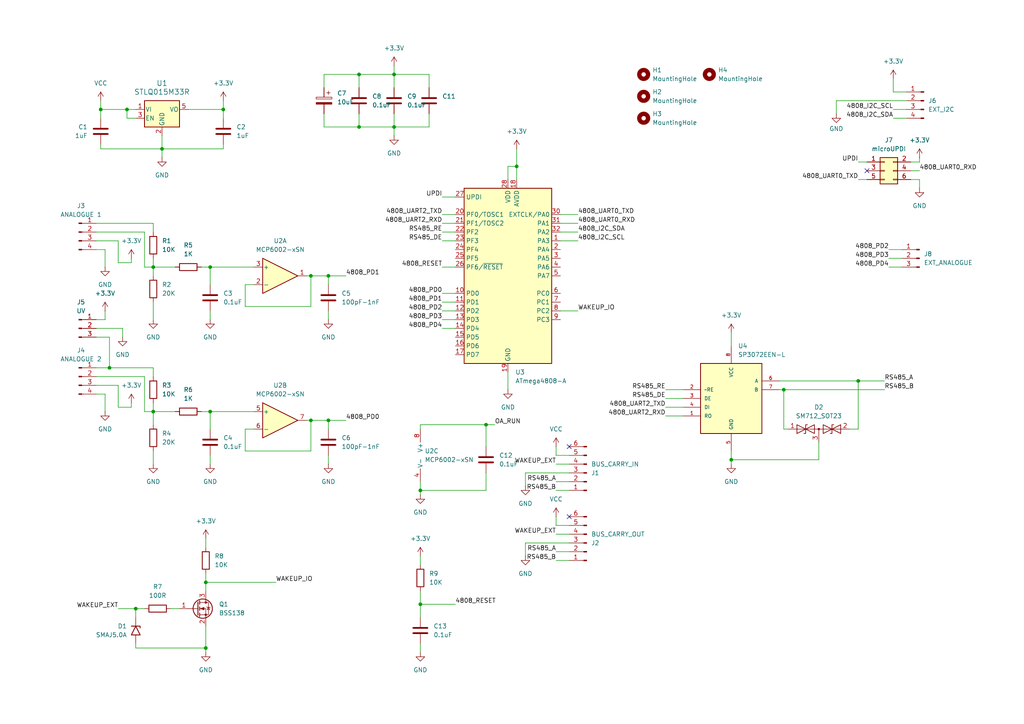
<source format=kicad_sch>
(kicad_sch (version 20250114) (generator "eeschema") (generator_version "9.0")
  (paper "A4")
  (lib_symbols
    (symbol "Amplifier_Operational:MCP6002-xSN" (pin_names (offset 0.127))
      (property "Reference" "U" (at 0 5.08 0))
      (property "Value" "MCP6002-xSN" (at 0 -5.08 0))
      (symbol "MCP6002-xSN_1_1"
        (polyline (pts (xy -5.08 5.08) (xy 5.08 0) (xy -5.08 -5.08) (xy -5.08 5.08)) (stroke (width 0.254)) (fill (type background)))
        (pin input line (at -7.62 2.54 0) (length 2.54) (name "+") (number "3"))
        (pin input line (at -7.62 -2.54 0) (length 2.54) (name "-") (number "2"))
        (pin output line (at 7.62 0 180) (length 2.54) (name "~") (number "1"))
      )
      (symbol "MCP6002-xSN_2_1"
        (polyline (pts (xy -5.08 5.08) (xy 5.08 0) (xy -5.08 -5.08) (xy -5.08 5.08)) (stroke (width 0.254)) (fill (type background)))
        (pin input line (at -7.62 2.54 0) (length 2.54) (name "+") (number "5"))
        (pin input line (at -7.62 -2.54 0) (length 2.54) (name "-") (number "6"))
        (pin output line (at 7.62 0 180) (length 2.54) (name "~") (number "7"))
      )
      (symbol "MCP6002-xSN_3_1"
        (pin power_in line (at -2.54 7.62 270) (length 3.81) (name "V+") (number "8"))
        (pin power_in line (at -2.54 -7.62 90) (length 3.81) (name "V-") (number "4"))
      )
    )
    (symbol "Connector:Conn_01x03_Pin" (pin_names (offset 1.016) (hide yes))
      (property "Reference" "J" (at 0 5.08 0))
      (property "Value" "Conn_01x03_Pin" (at 0 -5.08 0))
      (symbol "Conn_01x03_Pin_1_1"
        (rectangle (start 0.8636 2.667) (end 0 2.413) (stroke (width 0.1524)) (fill (type outline)))
        (rectangle (start 0.8636 0.127) (end 0 -0.127) (stroke (width 0.1524)) (fill (type outline)))
        (rectangle (start 0.8636 -2.413) (end 0 -2.667) (stroke (width 0.1524)) (fill (type outline)))
        (polyline (pts (xy 1.27 2.54) (xy 0.8636 2.54)) (stroke (width 0.1524)))
        (polyline (pts (xy 1.27 0) (xy 0.8636 0)) (stroke (width 0.1524)))
        (polyline (pts (xy 1.27 -2.54) (xy 0.8636 -2.54)) (stroke (width 0.1524)))
        (pin passive line (at 5.08 2.54 180) (length 3.81) (name "Pin_1") (number "1"))
        (pin passive line (at 5.08 0 180) (length 3.81) (name "Pin_2") (number "2"))
        (pin passive line (at 5.08 -2.54 180) (length 3.81) (name "Pin_3") (number "3"))
      )
    )
    (symbol "Connector:Conn_01x04_Pin" (pin_names (offset 1.016) (hide yes))
      (property "Reference" "J" (at 0 5.08 0))
      (property "Value" "Conn_01x04_Pin" (at 0 -7.62 0))
      (symbol "Conn_01x04_Pin_1_1"
        (rectangle (start 0.8636 2.667) (end 0 2.413) (stroke (width 0.1524)) (fill (type outline)))
        (rectangle (start 0.8636 0.127) (end 0 -0.127) (stroke (width 0.1524)) (fill (type outline)))
        (rectangle (start 0.8636 -2.413) (end 0 -2.667) (stroke (width 0.1524)) (fill (type outline)))
        (rectangle (start 0.8636 -4.953) (end 0 -5.207) (stroke (width 0.1524)) (fill (type outline)))
        (polyline (pts (xy 1.27 2.54) (xy 0.8636 2.54)) (stroke (width 0.1524)))
        (polyline (pts (xy 1.27 0) (xy 0.8636 0)) (stroke (width 0.1524)))
        (polyline (pts (xy 1.27 -2.54) (xy 0.8636 -2.54)) (stroke (width 0.1524)))
        (polyline (pts (xy 1.27 -5.08) (xy 0.8636 -5.08)) (stroke (width 0.1524)))
        (pin passive line (at 5.08 2.54 180) (length 3.81) (name "Pin_1") (number "1"))
        (pin passive line (at 5.08 0 180) (length 3.81) (name "Pin_2") (number "2"))
        (pin passive line (at 5.08 -2.54 180) (length 3.81) (name "Pin_3") (number "3"))
        (pin passive line (at 5.08 -5.08 180) (length 3.81) (name "Pin_4") (number "4"))
      )
    )
    (symbol "Connector:Conn_01x06_Pin" (pin_names (offset 1.016) (hide yes))
      (property "Reference" "J" (at 0 7.62 0))
      (property "Value" "Conn_01x06_Pin" (at 0 -10.16 0))
      (symbol "Conn_01x06_Pin_1_1"
        (rectangle (start 0.8636 5.207) (end 0 4.953) (stroke (width 0.1524)) (fill (type outline)))
        (rectangle (start 0.8636 2.667) (end 0 2.413) (stroke (width 0.1524)) (fill (type outline)))
        (rectangle (start 0.8636 0.127) (end 0 -0.127) (stroke (width 0.1524)) (fill (type outline)))
        (rectangle (start 0.8636 -2.413) (end 0 -2.667) (stroke (width 0.1524)) (fill (type outline)))
        (rectangle (start 0.8636 -4.953) (end 0 -5.207) (stroke (width 0.1524)) (fill (type outline)))
        (rectangle (start 0.8636 -7.493) (end 0 -7.747) (stroke (width 0.1524)) (fill (type outline)))
        (polyline (pts (xy 1.27 5.08) (xy 0.8636 5.08)) (stroke (width 0.1524)))
        (polyline (pts (xy 1.27 2.54) (xy 0.8636 2.54)) (stroke (width 0.1524)))
        (polyline (pts (xy 1.27 0) (xy 0.8636 0)) (stroke (width 0.1524)))
        (polyline (pts (xy 1.27 -2.54) (xy 0.8636 -2.54)) (stroke (width 0.1524)))
        (polyline (pts (xy 1.27 -5.08) (xy 0.8636 -5.08)) (stroke (width 0.1524)))
        (polyline (pts (xy 1.27 -7.62) (xy 0.8636 -7.62)) (stroke (width 0.1524)))
        (pin passive line (at 5.08 5.08 180) (length 3.81) (name "Pin_1") (number "1"))
        (pin passive line (at 5.08 2.54 180) (length 3.81) (name "Pin_2") (number "2"))
        (pin passive line (at 5.08 0 180) (length 3.81) (name "Pin_3") (number "3"))
        (pin passive line (at 5.08 -2.54 180) (length 3.81) (name "Pin_4") (number "4"))
        (pin passive line (at 5.08 -5.08 180) (length 3.81) (name "Pin_5") (number "5"))
        (pin passive line (at 5.08 -7.62 180) (length 3.81) (name "Pin_6") (number "6"))
      )
    )
    (symbol "Connector_Generic:Conn_02x03_Odd_Even" (pin_names (offset 1.016) (hide yes))
      (property "Reference" "J" (at 1.27 5.08 0))
      (property "Value" "Conn_02x03_Odd_Even" (at 1.27 -5.08 0))
      (symbol "Conn_02x03_Odd_Even_1_1"
        (rectangle (start -1.27 3.81) (end 3.81 -3.81) (stroke (width 0.254)) (fill (type background)))
        (rectangle (start -1.27 2.667) (end 0 2.413) (stroke (width 0.1524)))
        (rectangle (start -1.27 0.127) (end 0 -0.127) (stroke (width 0.1524)))
        (rectangle (start -1.27 -2.413) (end 0 -2.667) (stroke (width 0.1524)))
        (rectangle (start 3.81 2.667) (end 2.54 2.413) (stroke (width 0.1524)))
        (rectangle (start 3.81 0.127) (end 2.54 -0.127) (stroke (width 0.1524)))
        (rectangle (start 3.81 -2.413) (end 2.54 -2.667) (stroke (width 0.1524)))
        (pin passive line (at -5.08 2.54 0) (length 3.81) (name "Pin_1") (number "1"))
        (pin passive line (at -5.08 0 0) (length 3.81) (name "Pin_3") (number "3"))
        (pin passive line (at -5.08 -2.54 0) (length 3.81) (name "Pin_5") (number "5"))
        (pin passive line (at 7.62 2.54 180) (length 3.81) (name "Pin_2") (number "2"))
        (pin passive line (at 7.62 0 180) (length 3.81) (name "Pin_4") (number "4"))
        (pin passive line (at 7.62 -2.54 180) (length 3.81) (name "Pin_6") (number "6"))
      )
    )
    (symbol "Device:C" (pin_numbers (hide yes)) (pin_names (offset 0.254))
      (property "Reference" "C" (at 0.635 2.54 0))
      (property "Value" "C" (at 0.635 -2.54 0))
      (symbol "C_0_1"
        (polyline (pts (xy -2.032 0.762) (xy 2.032 0.762)) (stroke (width 0.508)))
        (polyline (pts (xy -2.032 -0.762) (xy 2.032 -0.762)) (stroke (width 0.508)))
      )
      (symbol "C_1_1"
        (pin passive line (at 0 3.81 270) (length 2.794) (name "~") (number "1"))
        (pin passive line (at 0 -3.81 90) (length 2.794) (name "~") (number "2"))
      )
    )
    (symbol "Device:C_Polarized" (pin_numbers (hide yes)) (pin_names (offset 0.254))
      (property "Reference" "C" (at 0.635 2.54 0))
      (property "Value" "C_Polarized" (at 0.635 -2.54 0))
      (symbol "C_Polarized_0_1"
        (rectangle (start -2.286 0.508) (end 2.286 1.016))
        (polyline (pts (xy -1.778 2.286) (xy -0.762 2.286)))
        (polyline (pts (xy -1.27 2.794) (xy -1.27 1.778)))
        (rectangle (start 2.286 -0.508) (end -2.286 -1.016) (fill (type outline)))
      )
      (symbol "C_Polarized_1_1"
        (pin passive line (at 0 3.81 270) (length 2.794) (name "~") (number "1"))
        (pin passive line (at 0 -3.81 90) (length 2.794) (name "~") (number "2"))
      )
    )
    (symbol "Device:R" (pin_numbers (hide yes)) (pin_names (offset 0))
      (property "Reference" "R" (at 2.032 0 90))
      (property "Value" "R" (at 0 0 90))
      (symbol "R_0_1"
        (rectangle (start -1.016 -2.54) (end 1.016 2.54) (stroke (width 0.254)))
      )
      (symbol "R_1_1"
        (pin passive line (at 0 3.81 270) (length 1.27) (name "~") (number "1"))
        (pin passive line (at 0 -3.81 90) (length 1.27) (name "~") (number "2"))
      )
    )
    (symbol "Diode:SM712_SOT23" (pin_names (offset 1.016) (hide yes))
      (property "Reference" "D" (at 0 4.445 0))
      (property "Value" "SM712_SOT23" (at 0 2.54 0))
      (symbol "SM712_SOT23_0_0"
        (polyline (pts (xy 0 -1.27) (xy 0 0)))
      )
      (symbol "SM712_SOT23_0_1"
        (polyline (pts (xy -6.35 0) (xy 6.35 0)))
        (polyline (pts (xy -6.35 -1.27) (xy -1.27 1.27) (xy -1.27 -1.27) (xy -6.35 1.27) (xy -6.35 -1.27)) (stroke (width 0.2032)))
        (polyline (pts (xy -3.302 1.27) (xy -3.81 1.27) (xy -3.81 -1.27) (xy -4.318 -1.27)) (stroke (width 0.2032)))
        (circle (center 0 0) (radius 0.254) (fill (type outline)))
        (polyline (pts (xy 1.27 -1.27) (xy 1.27 1.27) (xy 6.35 -1.27) (xy 6.35 1.27) (xy 1.27 -1.27)) (stroke (width 0.2032)))
        (polyline (pts (xy 4.318 1.27) (xy 3.81 1.27) (xy 3.81 -1.27) (xy 3.302 -1.27)) (stroke (width 0.2032)))
      )
      (symbol "SM712_SOT23_1_1"
        (pin passive line (at -8.89 0 0) (length 2.54) (name "A1") (number "1"))
        (pin input line (at 0 -3.81 90) (length 2.54) (name "common") (number "3"))
        (pin passive line (at 8.89 0 180) (length 2.54) (name "A2") (number "2"))
      )
    )
    (symbol "Diode:SMAJ5.0A" (pin_numbers (hide yes)) (pin_names (offset 1.016) (hide yes))
      (property "Reference" "D" (at 0 2.54 0))
      (property "Value" "SMAJ5.0A" (at 0 -2.54 0))
      (symbol "SMAJ5.0A_0_1"
        (polyline (pts (xy -0.762 1.27) (xy -1.27 1.27) (xy -1.27 -1.27)) (stroke (width 0.254)))
        (polyline (pts (xy 1.27 1.27) (xy 1.27 -1.27) (xy -1.27 0) (xy 1.27 1.27)) (stroke (width 0.254)))
      )
      (symbol "SMAJ5.0A_1_1"
        (pin passive line (at -3.81 0 0) (length 2.54) (name "A1") (number "1"))
        (pin passive line (at 3.81 0 180) (length 2.54) (name "A2") (number "2"))
      )
    )
    (symbol "MCU_Microchip_ATmega:ATmega4808-A"
      (property "Reference" "U" (at -12.7 26.67 0))
      (property "Value" "ATmega4808-A" (at 2.54 -26.67 0))
      (symbol "ATmega4808-A_0_1"
        (rectangle (start -12.7 -25.4) (end 12.7 25.4) (stroke (width 0.254)) (fill (type background)))
      )
      (symbol "ATmega4808-A_1_1"
        (pin bidirectional line (at -15.24 22.86 0) (length 2.54) (name "UPDI") (number "27"))
        (pin bidirectional line (at -15.24 17.78 0) (length 2.54) (name "PF0/TOSC1") (number "20"))
        (pin bidirectional line (at -15.24 15.24 0) (length 2.54) (name "PF1/TOSC2") (number "21"))
        (pin bidirectional line (at -15.24 12.7 0) (length 2.54) (name "PF2") (number "22"))
        (pin bidirectional line (at -15.24 10.16 0) (length 2.54) (name "PF3") (number "23"))
        (pin bidirectional line (at -15.24 7.62 0) (length 2.54) (name "PF4") (number "24"))
        (pin bidirectional line (at -15.24 5.08 0) (length 2.54) (name "PF5") (number "25"))
        (pin bidirectional line (at -15.24 2.54 0) (length 2.54) (name "PF6/~{RESET}") (number "26"))
        (pin bidirectional line (at -15.24 -5.08 0) (length 2.54) (name "PD0") (number "10"))
        (pin bidirectional line (at -15.24 -7.62 0) (length 2.54) (name "PD1") (number "11"))
        (pin bidirectional line (at -15.24 -10.16 0) (length 2.54) (name "PD2") (number "12"))
        (pin bidirectional line (at -15.24 -12.7 0) (length 2.54) (name "PD3") (number "13"))
        (pin bidirectional line (at -15.24 -15.24 0) (length 2.54) (name "PD4") (number "14"))
        (pin bidirectional line (at -15.24 -17.78 0) (length 2.54) (name "PD5") (number "15"))
        (pin bidirectional line (at -15.24 -20.32 0) (length 2.54) (name "PD6") (number "16"))
        (pin bidirectional line (at -15.24 -22.86 0) (length 2.54) (name "PD7") (number "17"))
        (pin power_in line (at 0 27.94 270) (length 2.54) (name "VDD") (number "28"))
        (pin power_in line (at 0 -27.94 90) (length 2.54) (name "GND") (number "19"))
        (pin passive line (at 0 -27.94 90) (length 2.54) (hide yes) (name "GND") (number "29"))
        (pin power_in line (at 2.54 27.94 270) (length 2.54) (name "AVDD") (number "18"))
        (pin bidirectional line (at 15.24 17.78 180) (length 2.54) (name "EXTCLK/PA0") (number "30"))
        (pin bidirectional line (at 15.24 15.24 180) (length 2.54) (name "PA1") (number "31"))
        (pin bidirectional line (at 15.24 12.7 180) (length 2.54) (name "PA2") (number "32"))
        (pin bidirectional line (at 15.24 10.16 180) (length 2.54) (name "PA3") (number "1"))
        (pin bidirectional line (at 15.24 7.62 180) (length 2.54) (name "PA4") (number "2"))
        (pin bidirectional line (at 15.24 5.08 180) (length 2.54) (name "PA5") (number "3"))
        (pin bidirectional line (at 15.24 2.54 180) (length 2.54) (name "PA6") (number "4"))
        (pin bidirectional line (at 15.24 0 180) (length 2.54) (name "PA7") (number "5"))
        (pin bidirectional line (at 15.24 -5.08 180) (length 2.54) (name "PC0") (number "6"))
        (pin bidirectional line (at 15.24 -7.62 180) (length 2.54) (name "PC1") (number "7"))
        (pin bidirectional line (at 15.24 -10.16 180) (length 2.54) (name "PC2") (number "8"))
        (pin bidirectional line (at 15.24 -12.7 180) (length 2.54) (name "PC3") (number "9"))
      )
    )
    (symbol "Mechanical:MountingHole" (pin_names (offset 1.016)) (in_bom no)
      (property "Reference" "H" (at 0 5.08 0))
      (property "Value" "MountingHole" (at 0 3.175 0))
      (symbol "MountingHole_0_1"
        (circle (center 0 0) (radius 1.27) (stroke (width 1.27)))
      )
    )
    (symbol "STLQ015M33R:STLQ015M33R" (pin_names (offset 0.254))
      (property "Reference" "U2" (at 0 8.636 0))
      (property "Value" "STLQ015M33R" (at 0 5.842 0))
      (symbol "STLQ015M33R_0_1"
        (rectangle (start -5.08 3.81) (end 5.08 -3.81) (stroke (width 0.254)) (fill (type background)))
        (pin input line (at -7.62 -1.27 0) (length 2.54) (name "EN") (number "3"))
        (pin power_in line (at 0 -6.35 90) (length 2.54) (name "GND") (number "2"))
      )
      (symbol "STLQ015M33R_1_1"
        (pin input line (at -7.62 1.27 0) (length 2.54) (name "VI") (number "1"))
        (pin output line (at 7.62 1.27 180) (length 2.54) (name "VO") (number "5"))
        (pin no_connect line (at 7.62 -1.27 180) (length 2.54) (hide yes) (name "NC") (number "4"))
      )
    )
    (symbol "Transistor_FET:BSS138" (pin_names (hide yes))
      (property "Reference" "Q" (at 5.08 1.905 0))
      (property "Value" "BSS138" (at 5.08 0 0))
      (symbol "BSS138_0_1"
        (polyline (pts (xy 0.254 1.905) (xy 0.254 -1.905)) (stroke (width 0.254)))
        (polyline (pts (xy 0.254 0) (xy -2.54 0)))
        (polyline (pts (xy 0.762 2.286) (xy 0.762 1.27)) (stroke (width 0.254)))
        (polyline (pts (xy 0.762 0.508) (xy 0.762 -0.508)) (stroke (width 0.254)))
        (polyline (pts (xy 0.762 -1.27) (xy 0.762 -2.286)) (stroke (width 0.254)))
        (polyline (pts (xy 0.762 -1.778) (xy 3.302 -1.778) (xy 3.302 1.778) (xy 0.762 1.778)))
        (polyline (pts (xy 1.016 0) (xy 2.032 0.381) (xy 2.032 -0.381) (xy 1.016 0)) (fill (type outline)))
        (circle (center 1.651 0) (radius 2.794) (stroke (width 0.254)))
        (polyline (pts (xy 2.54 2.54) (xy 2.54 1.778)))
        (circle (center 2.54 1.778) (radius 0.254) (fill (type outline)))
        (circle (center 2.54 -1.778) (radius 0.254) (fill (type outline)))
        (polyline (pts (xy 2.54 -2.54) (xy 2.54 0) (xy 0.762 0)))
        (polyline (pts (xy 2.794 0.508) (xy 2.921 0.381) (xy 3.683 0.381) (xy 3.81 0.254)))
        (polyline (pts (xy 3.302 0.381) (xy 2.921 -0.254) (xy 3.683 -0.254) (xy 3.302 0.381)))
      )
      (symbol "BSS138_1_1"
        (pin input line (at -5.08 0 0) (length 2.54) (name "G") (number "1"))
        (pin passive line (at 2.54 5.08 270) (length 2.54) (name "D") (number "3"))
        (pin passive line (at 2.54 -5.08 90) (length 2.54) (name "S") (number "2"))
      )
    )
    (symbol "power:+3.3V" (power) (pin_numbers (hide yes)) (pin_names (offset 0) (hide yes))
      (property "Value" "+3.3V" (at 0 3.556 0))
      (symbol "+3.3V_0_1"
        (polyline (pts (xy -0.762 1.27) (xy 0 2.54)))
        (polyline (pts (xy 0 2.54) (xy 0.762 1.27)))
        (polyline (pts (xy 0 0) (xy 0 2.54)))
      )
      (symbol "+3.3V_1_1"
        (pin power_in line (at 0 0 90) (length 0) (name "~") (number "1"))
      )
    )
    (symbol "power:GND" (power) (pin_numbers (hide yes)) (pin_names (offset 0) (hide yes))
      (property "Value" "GND" (at 0 -3.81 0))
      (symbol "GND_0_1"
        (polyline (pts (xy 0 0) (xy 0 -1.27) (xy 1.27 -1.27) (xy 0 -2.54) (xy -1.27 -1.27) (xy 0 -1.27)))
      )
      (symbol "GND_1_1"
        (pin power_in line (at 0 0 270) (length 0) (name "~") (number "1"))
      )
    )
    (symbol "power:VCC" (power) (pin_numbers (hide yes)) (pin_names (offset 0) (hide yes))
      (property "Value" "VCC" (at 0 3.556 0))
      (symbol "VCC_0_1"
        (polyline (pts (xy -0.762 1.27) (xy 0 2.54)))
        (polyline (pts (xy 0 2.54) (xy 0.762 1.27)))
        (polyline (pts (xy 0 0) (xy 0 2.54)))
      )
      (symbol "VCC_1_1"
        (pin power_in line (at 0 0 90) (length 0) (name "~") (number "1"))
      )
    )
    (symbol "sp3072een-l:SP3072EEN-L" (pin_names (offset 1.016))
      (property "Reference" "U5" (at -11.938 14.478 0))
      (property "Value" "SP3072EEN-L" (at -9.398 11.684 0))
      (symbol "SP3072EEN-L_0_0"
        (rectangle (start -8.89 7.62) (end 8.89 -12.7) (stroke (width 0.254)) (fill (type background)))
        (pin input line (at -13.97 0 0) (length 5.08) (name "~RE") (number "2"))
        (pin input line (at -13.97 -2.54 0) (length 5.08) (name "DE") (number "3"))
        (pin input line (at -13.97 -5.08 0) (length 5.08) (name "DI") (number "4"))
        (pin output line (at -13.97 -7.62 0) (length 5.08) (name "RO") (number "1"))
        (pin power_in line (at 0 12.7 270) (length 5.08) (name "VCC") (number "8"))
        (pin passive line (at 0 -17.78 90) (length 5.08) (name "GND") (number "5"))
        (pin bidirectional line (at 13.97 2.54 180) (length 5.08) (name "A") (number "6"))
        (pin bidirectional line (at 13.97 0 180) (length 5.08) (name "B") (number "7"))
      )
    )
  )
  (junction (at 140.97 123.19))
  (junction (at 104.14 21.59))
  (junction (at 60.96 119.38))
  (junction (at 95.25 121.92))
  (junction (at 104.14 36.83))
  (junction (at 227.33 113.03))
  (junction (at 44.45 119.38))
  (junction (at 59.69 187.96))
  (junction (at 46.99 43.18))
  (junction (at 60.96 77.47))
  (junction (at 39.37 176.53))
  (junction (at 95.25 80.01))
  (junction (at 36.83 31.75))
  (junction (at 29.21 31.75))
  (junction (at 90.17 121.92))
  (junction (at 44.45 77.47))
  (junction (at 31.75 106.68))
  (junction (at 114.3 36.83))
  (junction (at 114.3 21.59))
  (junction (at 121.92 142.24))
  (junction (at 59.69 168.91))
  (junction (at 149.86 48.26))
  (junction (at 64.77 31.75))
  (junction (at 121.92 175.26))
  (junction (at 212.09 133.35))
  (junction (at 90.17 80.01))
  (junction (at 248.92 110.49))
  (no_connect (at 251.46 49.53))
  (no_connect (at 165.1 149.86))
  (no_connect (at 165.1 129.54))
  (wire (pts (xy 104.14 21.59) (xy 114.3 21.59)))
  (wire (pts (xy 73.66 82.55) (xy 71.12 82.55)))
  (wire (pts (xy 121.92 171.45) (xy 121.92 175.26)))
  (wire (pts (xy 39.37 176.53) (xy 39.37 179.07)))
  (wire (pts (xy 34.29 69.85) (xy 34.29 76.2)))
  (wire (pts (xy 226.06 113.03) (xy 227.33 113.03)))
  (wire (pts (xy 34.29 76.2) (xy 38.1 76.2)))
  (wire (pts (xy 128.27 92.71) (xy 132.08 92.71)))
  (wire (pts (xy 64.77 29.21) (xy 64.77 31.75)))
  (wire (pts (xy 128.27 95.25) (xy 132.08 95.25)))
  (wire (pts (xy 104.14 21.59) (xy 104.14 25.4)))
  (wire (pts (xy 38.1 76.2) (xy 38.1 74.93)))
  (wire (pts (xy 266.7 45.72) (xy 266.7 46.99)))
  (wire (pts (xy 60.96 77.47) (xy 60.96 82.55)))
  (wire (pts (xy 128.27 57.15) (xy 132.08 57.15)))
  (wire (pts (xy 248.92 46.99) (xy 251.46 46.99)))
  (wire (pts (xy 59.69 187.96) (xy 59.69 189.23)))
  (wire (pts (xy 161.29 160.02) (xy 165.1 160.02)))
  (wire (pts (xy 212.09 133.35) (xy 237.49 133.35)))
  (wire (pts (xy 58.42 119.38) (xy 60.96 119.38)))
  (wire (pts (xy 124.46 33.02) (xy 124.46 36.83)))
  (wire (pts (xy 41.91 67.31) (xy 41.91 77.47)))
  (wire (pts (xy 248.92 124.46) (xy 248.92 110.49)))
  (wire (pts (xy 34.29 111.76) (xy 34.29 118.11)))
  (wire (pts (xy 128.27 64.77) (xy 132.08 64.77)))
  (wire (pts (xy 27.94 97.79) (xy 31.75 97.79)))
  (wire (pts (xy 161.29 139.7) (xy 165.1 139.7)))
  (wire (pts (xy 121.92 124.46) (xy 121.92 123.19)))
  (wire (pts (xy 212.09 96.52) (xy 212.09 100.33)))
  (wire (pts (xy 264.16 52.07) (xy 266.7 52.07)))
  (wire (pts (xy 36.83 34.29) (xy 36.83 31.75)))
  (wire (pts (xy 128.27 87.63) (xy 132.08 87.63)))
  (wire (pts (xy 54.61 31.75) (xy 64.77 31.75)))
  (wire (pts (xy 35.56 95.25) (xy 35.56 97.79)))
  (wire (pts (xy 227.33 113.03) (xy 256.54 113.03)))
  (wire (pts (xy 27.94 72.39) (xy 30.48 72.39)))
  (wire (pts (xy 121.92 123.19) (xy 140.97 123.19)))
  (wire (pts (xy 95.25 90.17) (xy 95.25 92.71)))
  (wire (pts (xy 114.3 33.02) (xy 114.3 36.83)))
  (wire (pts (xy 39.37 187.96) (xy 59.69 187.96)))
  (wire (pts (xy 44.45 77.47) (xy 50.8 77.47)))
  (wire (pts (xy 121.92 142.24) (xy 121.92 143.51)))
  (wire (pts (xy 149.86 48.26) (xy 149.86 52.07)))
  (wire (pts (xy 264.16 49.53) (xy 266.7 49.53)))
  (wire (pts (xy 58.42 77.47) (xy 60.96 77.47)))
  (wire (pts (xy 31.75 106.68) (xy 44.45 106.68)))
  (wire (pts (xy 193.04 113.03) (xy 198.12 113.03)))
  (wire (pts (xy 104.14 33.02) (xy 104.14 36.83)))
  (wire (pts (xy 162.56 62.23) (xy 167.64 62.23)))
  (wire (pts (xy 93.98 33.02) (xy 93.98 36.83)))
  (wire (pts (xy 162.56 90.17) (xy 167.64 90.17)))
  (wire (pts (xy 114.3 36.83) (xy 104.14 36.83)))
  (wire (pts (xy 49.53 176.53) (xy 52.07 176.53)))
  (wire (pts (xy 257.81 72.39) (xy 261.62 72.39)))
  (wire (pts (xy 114.3 19.05) (xy 114.3 21.59)))
  (wire (pts (xy 46.99 39.37) (xy 46.99 43.18)))
  (wire (pts (xy 193.04 115.57) (xy 198.12 115.57)))
  (wire (pts (xy 44.45 74.93) (xy 44.45 77.47)))
  (wire (pts (xy 90.17 80.01) (xy 88.9 80.01)))
  (wire (pts (xy 71.12 130.81) (xy 90.17 130.81)))
  (wire (pts (xy 36.83 31.75) (xy 39.37 31.75)))
  (wire (pts (xy 121.92 142.24) (xy 140.97 142.24)))
  (wire (pts (xy 248.92 110.49) (xy 256.54 110.49)))
  (wire (pts (xy 60.96 132.08) (xy 60.96 134.62)))
  (wire (pts (xy 29.21 41.91) (xy 29.21 43.18)))
  (wire (pts (xy 39.37 34.29) (xy 36.83 34.29)))
  (wire (pts (xy 90.17 121.92) (xy 95.25 121.92)))
  (wire (pts (xy 162.56 64.77) (xy 167.64 64.77)))
  (wire (pts (xy 27.94 64.77) (xy 44.45 64.77)))
  (wire (pts (xy 90.17 130.81) (xy 90.17 121.92)))
  (wire (pts (xy 95.25 132.08) (xy 95.25 134.62)))
  (wire (pts (xy 60.96 119.38) (xy 73.66 119.38)))
  (wire (pts (xy 262.89 29.21) (xy 242.57 29.21)))
  (wire (pts (xy 93.98 21.59) (xy 93.98 25.4)))
  (wire (pts (xy 259.08 22.86) (xy 259.08 26.67)))
  (wire (pts (xy 193.04 118.11) (xy 198.12 118.11)))
  (wire (pts (xy 60.96 90.17) (xy 60.96 92.71)))
  (wire (pts (xy 259.08 34.29) (xy 262.89 34.29)))
  (wire (pts (xy 29.21 31.75) (xy 36.83 31.75)))
  (wire (pts (xy 44.45 119.38) (xy 50.8 119.38)))
  (wire (pts (xy 237.49 128.27) (xy 237.49 133.35)))
  (wire (pts (xy 161.29 152.4) (xy 165.1 152.4)))
  (wire (pts (xy 147.32 52.07) (xy 147.32 48.26)))
  (wire (pts (xy 59.69 168.91) (xy 59.69 171.45)))
  (wire (pts (xy 128.27 90.17) (xy 132.08 90.17)))
  (wire (pts (xy 262.89 26.67) (xy 259.08 26.67)))
  (wire (pts (xy 59.69 181.61) (xy 59.69 187.96)))
  (wire (pts (xy 257.81 74.93) (xy 261.62 74.93)))
  (wire (pts (xy 128.27 69.85) (xy 132.08 69.85)))
  (wire (pts (xy 60.96 119.38) (xy 60.96 124.46)))
  (wire (pts (xy 46.99 43.18) (xy 46.99 45.72)))
  (wire (pts (xy 140.97 137.16) (xy 140.97 142.24)))
  (wire (pts (xy 128.27 85.09) (xy 132.08 85.09)))
  (wire (pts (xy 193.04 120.65) (xy 198.12 120.65)))
  (wire (pts (xy 29.21 31.75) (xy 29.21 34.29)))
  (wire (pts (xy 104.14 36.83) (xy 93.98 36.83)))
  (wire (pts (xy 71.12 124.46) (xy 71.12 130.81)))
  (wire (pts (xy 128.27 62.23) (xy 132.08 62.23)))
  (wire (pts (xy 59.69 166.37) (xy 59.69 168.91)))
  (wire (pts (xy 104.14 21.59) (xy 93.98 21.59)))
  (wire (pts (xy 257.81 77.47) (xy 261.62 77.47)))
  (wire (pts (xy 161.29 132.08) (xy 165.1 132.08)))
  (wire (pts (xy 34.29 111.76) (xy 27.94 111.76)))
  (wire (pts (xy 44.45 67.31) (xy 44.45 64.77)))
  (wire (pts (xy 27.94 92.71) (xy 30.48 92.71)))
  (wire (pts (xy 152.4 157.48) (xy 165.1 157.48)))
  (wire (pts (xy 30.48 72.39) (xy 30.48 77.47)))
  (wire (pts (xy 226.06 110.49) (xy 248.92 110.49)))
  (wire (pts (xy 264.16 46.99) (xy 266.7 46.99)))
  (wire (pts (xy 152.4 137.16) (xy 165.1 137.16)))
  (wire (pts (xy 95.25 121.92) (xy 95.25 124.46)))
  (wire (pts (xy 128.27 67.31) (xy 132.08 67.31)))
  (wire (pts (xy 44.45 77.47) (xy 44.45 80.01)))
  (wire (pts (xy 212.09 133.35) (xy 212.09 134.62)))
  (wire (pts (xy 34.29 69.85) (xy 27.94 69.85)))
  (wire (pts (xy 246.38 124.46) (xy 248.92 124.46)))
  (wire (pts (xy 27.94 95.25) (xy 35.56 95.25)))
  (wire (pts (xy 34.29 118.11) (xy 38.1 118.11)))
  (wire (pts (xy 27.94 106.68) (xy 31.75 106.68)))
  (wire (pts (xy 228.6 124.46) (xy 227.33 124.46)))
  (wire (pts (xy 147.32 48.26) (xy 149.86 48.26)))
  (wire (pts (xy 124.46 21.59) (xy 124.46 25.4)))
  (wire (pts (xy 39.37 186.69) (xy 39.37 187.96)))
  (wire (pts (xy 132.08 175.26) (xy 121.92 175.26)))
  (wire (pts (xy 259.08 31.75) (xy 262.89 31.75)))
  (wire (pts (xy 38.1 118.11) (xy 38.1 116.84)))
  (wire (pts (xy 161.29 142.24) (xy 165.1 142.24)))
  (wire (pts (xy 29.21 43.18) (xy 46.99 43.18)))
  (wire (pts (xy 95.25 80.01) (xy 95.25 82.55)))
  (wire (pts (xy 114.3 25.4) (xy 114.3 21.59)))
  (wire (pts (xy 29.21 31.75) (xy 29.21 29.21)))
  (wire (pts (xy 60.96 77.47) (xy 73.66 77.47)))
  (wire (pts (xy 64.77 43.18) (xy 46.99 43.18)))
  (wire (pts (xy 41.91 176.53) (xy 39.37 176.53)))
  (wire (pts (xy 121.92 175.26) (xy 121.92 179.07)))
  (wire (pts (xy 140.97 123.19) (xy 143.51 123.19)))
  (wire (pts (xy 59.69 168.91) (xy 80.01 168.91)))
  (wire (pts (xy 41.91 109.22) (xy 41.91 119.38)))
  (wire (pts (xy 152.4 161.29) (xy 152.4 157.48)))
  (wire (pts (xy 44.45 130.81) (xy 44.45 134.62)))
  (wire (pts (xy 161.29 149.86) (xy 161.29 152.4)))
  (wire (pts (xy 242.57 29.21) (xy 242.57 33.02)))
  (wire (pts (xy 212.09 130.81) (xy 212.09 133.35)))
  (wire (pts (xy 44.45 116.84) (xy 44.45 119.38)))
  (wire (pts (xy 161.29 162.56) (xy 165.1 162.56)))
  (wire (pts (xy 41.91 77.47) (xy 44.45 77.47)))
  (wire (pts (xy 90.17 88.9) (xy 90.17 80.01)))
  (wire (pts (xy 248.92 52.07) (xy 251.46 52.07)))
  (wire (pts (xy 71.12 88.9) (xy 90.17 88.9)))
  (wire (pts (xy 147.32 107.95) (xy 147.32 113.03)))
  (wire (pts (xy 95.25 121.92) (xy 100.33 121.92)))
  (wire (pts (xy 90.17 80.01) (xy 95.25 80.01)))
  (wire (pts (xy 121.92 161.29) (xy 121.92 163.83)))
  (wire (pts (xy 39.37 176.53) (xy 34.29 176.53)))
  (wire (pts (xy 64.77 31.75) (xy 64.77 34.29)))
  (wire (pts (xy 27.94 109.22) (xy 41.91 109.22)))
  (wire (pts (xy 41.91 119.38) (xy 44.45 119.38)))
  (wire (pts (xy 121.92 139.7) (xy 121.92 142.24)))
  (wire (pts (xy 31.75 97.79) (xy 31.75 106.68)))
  (wire (pts (xy 161.29 129.54) (xy 161.29 132.08)))
  (wire (pts (xy 44.45 87.63) (xy 44.45 92.71)))
  (wire (pts (xy 30.48 114.3) (xy 30.48 119.38)))
  (wire (pts (xy 114.3 36.83) (xy 114.3 39.37)))
  (wire (pts (xy 30.48 90.17) (xy 30.48 92.71)))
  (wire (pts (xy 161.29 154.94) (xy 165.1 154.94)))
  (wire (pts (xy 161.29 134.62) (xy 165.1 134.62)))
  (wire (pts (xy 128.27 77.47) (xy 132.08 77.47)))
  (wire (pts (xy 44.45 119.38) (xy 44.45 123.19)))
  (wire (pts (xy 140.97 123.19) (xy 140.97 129.54)))
  (wire (pts (xy 121.92 186.69) (xy 121.92 189.23)))
  (wire (pts (xy 64.77 41.91) (xy 64.77 43.18)))
  (wire (pts (xy 114.3 21.59) (xy 124.46 21.59)))
  (wire (pts (xy 149.86 43.18) (xy 149.86 48.26)))
  (wire (pts (xy 95.25 80.01) (xy 100.33 80.01)))
  (wire (pts (xy 114.3 36.83) (xy 124.46 36.83)))
  (wire (pts (xy 162.56 67.31) (xy 167.64 67.31)))
  (wire (pts (xy 73.66 124.46) (xy 71.12 124.46)))
  (wire (pts (xy 90.17 121.92) (xy 88.9 121.92)))
  (wire (pts (xy 162.56 69.85) (xy 167.64 69.85)))
  (wire (pts (xy 71.12 82.55) (xy 71.12 88.9)))
  (wire (pts (xy 27.94 114.3) (xy 30.48 114.3)))
  (wire (pts (xy 266.7 52.07) (xy 266.7 54.61)))
  (wire (pts (xy 27.94 67.31) (xy 41.91 67.31)))
  (wire (pts (xy 44.45 109.22) (xy 44.45 106.68)))
  (wire (pts (xy 152.4 140.97) (xy 152.4 137.16)))
  (wire (pts (xy 227.33 124.46) (xy 227.33 113.03)))
  (wire (pts (xy 59.69 156.21) (xy 59.69 158.75)))
  (label "4808_I2C_SCL" (at 259.08 31.75 180))
  (label "4808_I2C_SDA" (at 167.64 67.31 0))
  (label "4808_I2C_SCL" (at 167.64 69.85 0))
  (label "RS485_RE" (at 128.27 67.31 180))
  (label "RS485_DE" (at 128.27 69.85 180))
  (label "4808_PD3" (at 128.27 92.71 180))
  (label "4808_UART2_RXD" (at 193.04 120.65 180))
  (label "4808_UART0_RXD" (at 266.7 49.53 0))
  (label "4808_UART0_TXD" (at 167.64 62.23 0))
  (label "4808_PD2" (at 128.27 90.17 180))
  (label "RS485_A" (at 161.29 160.02 180))
  (label "UPDI" (at 248.92 46.99 180))
  (label "4808_PD0" (at 128.27 85.09 180))
  (label "OA_RUN" (at 143.51 123.19 0))
  (label "4808_UART2_TXD" (at 128.27 62.23 180))
  (label "UPDI" (at 128.27 57.15 180))
  (label "4808_UART2_RXD" (at 128.27 64.77 180))
  (label "4808_PD4" (at 257.81 77.47 180))
  (label "WAKEUP_IO" (at 80.01 168.91 0))
  (label "WAKEUP_EXT" (at 34.29 176.53 180))
  (label "4808_PD4" (at 128.27 95.25 180))
  (label "4808_UART0_RXD" (at 167.64 64.77 0))
  (label "RS485_RE" (at 193.04 113.03 180))
  (label "4808_RESET" (at 128.27 77.47 180))
  (label "4808_PD1" (at 100.33 80.01 0))
  (label "RS485_DE" (at 193.04 115.57 180))
  (label "4808_UART2_TXD" (at 193.04 118.11 180))
  (label "RS485_A" (at 161.29 139.7 180))
  (label "4808_I2C_SDA" (at 259.08 34.29 180))
  (label "4808_PD3" (at 257.81 74.93 180))
  (label "RS485_B" (at 256.54 113.03 0))
  (label "4808_PD1" (at 128.27 87.63 180))
  (label "RS485_B" (at 161.29 142.24 180))
  (label "4808_PD2" (at 257.81 72.39 180))
  (label "4808_RESET" (at 132.08 175.26 0))
  (label "WAKEUP_IO" (at 167.64 90.17 0))
  (label "WAKEUP_EXT" (at 161.29 134.62 180))
  (label "RS485_B" (at 161.29 162.56 180))
  (label "4808_PD0" (at 100.33 121.92 0))
  (label "RS485_A" (at 256.54 110.49 0))
  (label "WAKEUP_EXT" (at 161.29 154.94 180))
  (label "4808_UART0_TXD" (at 248.92 52.07 180))
  (symbol (lib_id "Device:R") (at 59.69 162.56 0) (unit 1)
    (property "Reference" "R8" (at 62.23 161.2899 0) (effects (justify left)))
    (property "Value" "10K" (at 62.23 163.8299 0) (effects (justify left)))
    (property "Footprint" "Resistor_SMD:R_0805_2012Metric" (effects (hide yes)))
    (property "Description" "Resistor" (effects (hide yes)))
  )
  (symbol (lib_id "power:GND") (at 30.48 119.38 0) (unit 1)
    (property "Reference" "#PWR06" (effects (hide yes)))
    (property "Value" "GND" (at 30.48 124.46 0))
    (property "Description" "Power symbol creates a global label with name \"GND\" , ground" (effects (hide yes)))
  )
  (symbol (lib_id "power:GND") (at 114.3 39.37 0) (unit 1)
    (property "Reference" "#PWR019" (effects (hide yes)))
    (property "Value" "GND" (at 114.3 44.45 0))
    (property "Description" "Power symbol creates a global label with name \"GND\" , ground" (effects (hide yes)))
  )
  (symbol (lib_id "Device:R") (at 54.61 119.38 90) (unit 1)
    (property "Reference" "R6" (at 54.61 113.03 90))
    (property "Value" "1K" (at 54.61 115.57 90))
    (property "Footprint" "Resistor_SMD:R_0805_2012Metric" (effects (hide yes)))
    (property "Description" "Resistor" (effects (hide yes)))
  )
  (symbol (lib_id "power:+3.3V") (at 38.1 116.84 0) (unit 1)
    (property "Reference" "#PWR09" (effects (hide yes)))
    (property "Value" "+3.3V" (at 38.1 111.76 0))
    (property "Description" "Power symbol creates a global label with name \"+3.3V\"" (effects (hide yes)))
  )
  (symbol (lib_id "Device:C") (at 95.25 86.36 0) (unit 1)
    (property "Reference" "C5" (at 99.06 85.0899 0) (effects (justify left)))
    (property "Value" "100pF-1nF" (at 99.06 87.6299 0) (effects (justify left)))
    (property "Footprint" "Capacitor_SMD:C_0805_2012Metric" (effects (hide yes)))
    (property "Description" "Unpolarized capacitor" (effects (hide yes)))
  )
  (symbol (lib_id "power:GND") (at 121.92 189.23 0) (unit 1)
    (property "Reference" "#PWR022" (effects (hide yes)))
    (property "Value" "GND" (at 121.92 194.31 0))
    (property "Description" "Power symbol creates a global label with name \"GND\" , ground" (effects (hide yes)))
  )
  (symbol (lib_id "Connector:Conn_01x06_Pin") (at 170.18 137.16 180) (unit 1)
    (property "Reference" "J1" (at 171.45 137.1601 0) (effects (justify right)))
    (property "Value" "BUS_CARRY_IN" (at 171.45 134.6201 0) (effects (justify right)))
    (property "Footprint" "Connector_JST:JST_XH_B5B-XH-A_1x05_P2.50mm_Vertical" (effects (hide yes)))
    (property "Description" "Generic connector, single row, 01x06, script generated" (effects (hide yes)))
  )
  (symbol (lib_id "power:GND") (at 266.7 54.61 0) (unit 1)
    (property "Reference" "#PWR032" (effects (hide yes)))
    (property "Value" "GND" (at 266.7 59.69 0))
    (property "Description" "Power symbol creates a global label with name \"GND\" , ground" (effects (hide yes)))
  )
  (symbol (lib_id "Device:C") (at 60.96 86.36 0) (unit 1)
    (property "Reference" "C3" (at 64.77 85.0899 0) (effects (justify left)))
    (property "Value" "0.1uF" (at 64.77 87.6299 0) (effects (justify left)))
    (property "Footprint" "Capacitor_SMD:C_0805_2012Metric" (effects (hide yes)))
    (property "Description" "Unpolarized capacitor" (effects (hide yes)))
  )
  (symbol (lib_id "Transistor_FET:BSS138") (at 57.15 176.53 0) (unit 1)
    (property "Reference" "Q1" (at 63.5 175.2599 0) (effects (justify left)))
    (property "Value" "BSS138" (at 63.5 177.7999 0) (effects (justify left)))
    (property "Footprint" "Package_TO_SOT_SMD:SOT-23" (effects (hide yes)))
    (property "Datasheet" "https://www.onsemi.com/pub/Collateral/BSS138-D.PDF" (effects (hide yes)))
    (property "Description" "50V Vds, 0.22A Id, N-Channel MOSFET, SOT-23" (effects (hide yes)))
  )
  (symbol (lib_id "Mechanical:MountingHole") (at 205.74 21.59 0) (unit 1) (in_bom no)
    (property "Reference" "H4" (at 208.28 20.3199 0) (effects (justify left)))
    (property "Value" "MountingHole" (at 208.28 22.8599 0) (effects (justify left)))
    (property "Footprint" "MountingHole:MountingHole_3.5mm" (effects (hide yes)))
    (property "Description" "Mounting Hole without connection" (effects (hide yes)))
  )
  (symbol (lib_id "power:GND") (at 147.32 113.03 0) (unit 1)
    (property "Reference" "#PWR023" (effects (hide yes)))
    (property "Value" "GND" (at 147.32 118.11 0))
    (property "Description" "Power symbol creates a global label with name \"GND\" , ground" (effects (hide yes)))
  )
  (symbol (lib_id "power:+3.3V") (at 266.7 45.72 0) (unit 1)
    (property "Reference" "#PWR031" (effects (hide yes)))
    (property "Value" "+3.3V" (at 266.7 40.64 0))
    (property "Description" "Power symbol creates a global label with name \"+3.3V\"" (effects (hide yes)))
  )
  (symbol (lib_id "Device:C") (at 124.46 29.21 0) (unit 1)
    (property "Reference" "C11" (at 128.27 27.9399 0) (effects (justify left)))
    (property "Value" "0.1uF" (effects (hide yes)))
    (property "Footprint" "Capacitor_SMD:C_0805_2012Metric" (effects (hide yes)))
    (property "Description" "Unpolarized capacitor" (effects (hide yes)))
  )
  (symbol (lib_id "power:GND") (at 152.4 140.97 0) (unit 1)
    (property "Reference" "#PWR033" (effects (hide yes)))
    (property "Value" "GND" (at 152.4 146.05 0))
    (property "Description" "Power symbol creates a global label with name \"GND\" , ground" (effects (hide yes)))
  )
  (symbol (lib_id "power:+3.3V") (at 114.3 19.05 0) (unit 1)
    (property "Reference" "#PWR018" (effects (hide yes)))
    (property "Value" "+3.3V" (at 114.3 13.97 0))
    (property "Description" "Power symbol creates a global label with name \"+3.3V\"" (effects (hide yes)))
  )
  (symbol (lib_id "Device:R") (at 44.45 113.03 0) (unit 1)
    (property "Reference" "R3" (at 46.99 111.7599 0) (effects (justify left)))
    (property "Value" "10K" (at 46.99 114.2999 0) (effects (justify left)))
    (property "Footprint" "Resistor_SMD:R_0805_2012Metric" (effects (hide yes)))
    (property "Description" "Resistor" (effects (hide yes)))
  )
  (symbol (lib_id "Connector:Conn_01x06_Pin") (at 170.18 157.48 180) (unit 1)
    (property "Reference" "J2" (at 171.45 157.4801 0) (effects (justify right)))
    (property "Value" "BUS_CARRY_OUT" (at 171.45 154.9401 0) (effects (justify right)))
    (property "Footprint" "Connector_JST:JST_XH_B5B-XH-A_1x05_P2.50mm_Vertical" (effects (hide yes)))
    (property "Description" "Generic connector, single row, 01x06, script generated" (effects (hide yes)))
  )
  (symbol (lib_id "Device:R") (at 54.61 77.47 90) (unit 1)
    (property "Reference" "R5" (at 54.61 71.12 90))
    (property "Value" "1K" (at 54.61 73.66 90))
    (property "Footprint" "Resistor_SMD:R_0805_2012Metric" (effects (hide yes)))
    (property "Description" "Resistor" (effects (hide yes)))
  )
  (symbol (lib_id "sp3072een-l:SP3072EEN-L") (at 212.09 113.03 0) (unit 1)
    (property "Reference" "U4" (at 214.0586 100.33 0) (effects (justify left)))
    (property "Value" "SP3072EEN-L" (at 214.0586 102.87 0) (effects (justify left)))
    (property "Footprint" "Package_SO:SOIC-8_3.9x4.9mm_P1.27mm" (effects (hide yes)))
    (property "MF" "MaxLinear, Inc." (effects (hide yes)))
    (property "Description_1" "TRANSCEIVER RS-485 3V, SMD, 3072; Device Type:Differential; Interface Type:RS422, RS485; No. of Drivers:1; Supply Voltage Range:3V to 3.6V; Driver Case Style:SOIC; No. of Pins:8; Operating Temperature Range:-40°C to +85°C; Base Number:3072; Data Rate:250Kbps; Data Rate:250Kbps; IC Generic Number:3072; Interface:RS422, RS485; Interface Type:RS485; Line / Bus Driver / Receiver / Transceiver Type:Transceiver; Logic Function Number:3072; No. of Channels:1; No. of Receivers:1; No. of Transceivers:1; Operating Temperature Max:85°C; Operating Temperature Min:-40°C; Package / Case:NSOIC; Power Dissipation Pd:471mW; Power Dissipation Pd:471mW; Supply Current:0.8mA; Supply Voltage:3.3V; Supply Voltage Max:3.6V; Supply Voltage Min:3V; Termination Type:SMD; Voltage Vcc:6V" (effects (hide yes)))
    (property "PACKAGE" "SOIC-8" (effects (hide yes)))
    (property "MPN" "SP3072EEN-L" (effects (hide yes)))
    (property "Price" "None" (effects (hide yes)))
    (property "Package" "SOIC-8 Exar" (effects (hide yes)))
    (property "OC_FARNELL" "9386670" (effects (hide yes)))
    (property "SnapEDA_Link" "https://www.snapeda.com/parts/SP3072EEN-L/MaxLinear/view-part/?ref=snap" (effects (hide yes)))
    (property "MP" "SP3072EEN-L" (effects (hide yes)))
    (property "SUPPLIER" "Exar" (effects (hide yes)))
    (property "OC_NEWARK" "24R0134" (effects (hide yes)))
    (property "Availability" "In Stock" (effects (hide yes)))
    (property "Check_prices" "https://www.snapeda.com/parts/SP3072EEN-L/MaxLinear/view-part/?ref=eda" (effects (hide yes)))
  )
  (symbol (lib_id "power:VCC") (at 161.29 129.54 0) (unit 1)
    (property "Reference" "#PWR035" (effects (hide yes)))
    (property "Value" "VCC" (at 161.29 124.46 0))
    (property "Description" "Power symbol creates a global label with name \"VCC\"" (effects (hide yes)))
  )
  (symbol (lib_id "power:GND") (at 95.25 134.62 0) (unit 1)
    (property "Reference" "#PWR017" (effects (hide yes)))
    (property "Value" "GND" (at 95.25 139.7 0))
    (property "Description" "Power symbol creates a global label with name \"GND\" , ground" (effects (hide yes)))
  )
  (symbol (lib_id "Device:C") (at 140.97 133.35 0) (unit 1)
    (property "Reference" "C12" (at 144.78 132.0799 0) (effects (justify left)))
    (property "Value" "0.1uF" (at 144.78 134.6199 0) (effects (justify left)))
    (property "Footprint" "Capacitor_SMD:C_0805_2012Metric" (effects (hide yes)))
    (property "Description" "Unpolarized capacitor" (effects (hide yes)))
  )
  (symbol (lib_id "power:GND") (at 44.45 134.62 0) (unit 1)
    (property "Reference" "#PWR011" (effects (hide yes)))
    (property "Value" "GND" (at 44.45 139.7 0))
    (property "Description" "Power symbol creates a global label with name \"GND\" , ground" (effects (hide yes)))
  )
  (symbol (lib_id "power:+3.3V") (at 38.1 74.93 0) (unit 1)
    (property "Reference" "#PWR08" (effects (hide yes)))
    (property "Value" "+3.3V" (at 38.1 69.85 0))
    (property "Description" "Power symbol creates a global label with name \"+3.3V\"" (effects (hide yes)))
  )
  (symbol (lib_id "power:+3.3V") (at 259.08 22.86 0) (unit 1)
    (property "Reference" "#PWR030" (effects (hide yes)))
    (property "Value" "+3.3V" (at 259.08 17.78 0))
    (property "Description" "Power symbol creates a global label with name \"+3.3V\"" (effects (hide yes)))
  )
  (symbol (lib_id "power:GND") (at 121.92 143.51 0) (unit 1)
    (property "Reference" "#PWR020" (effects (hide yes)))
    (property "Value" "GND" (at 121.92 148.59 0))
    (property "Description" "Power symbol creates a global label with name \"GND\" , ground" (effects (hide yes)))
  )
  (symbol (lib_id "Mechanical:MountingHole") (at 186.69 34.29 0) (unit 1) (in_bom no)
    (property "Reference" "H3" (at 189.23 33.0199 0) (effects (justify left)))
    (property "Value" "MountingHole" (at 189.23 35.5599 0) (effects (justify left)))
    (property "Footprint" "MountingHole:MountingHole_3.5mm" (effects (hide yes)))
    (property "Description" "Mounting Hole without connection" (effects (hide yes)))
  )
  (symbol (lib_id "Diode:SMAJ5.0A") (at 39.37 182.88 270) (unit 1)
    (property "Reference" "D1" (at 36.83 181.6099 90) (effects (justify right)))
    (property "Value" "SMAJ5.0A" (at 36.83 184.1499 90) (effects (justify right)))
    (property "Footprint" "Diode_SMD:D_SMA" (effects (hide yes)))
    (property "Datasheet" "https://www.littelfuse.com/media?resourcetype=datasheets&itemid=75e32973-b177-4ee3-a0ff-cedaf1abdb93&filename=smaj-datasheet" (effects (hide yes)))
    (property "Description" "400W unidirectional Transient Voltage Suppressor, 5.0Vr, SMA(DO-214AC)" (effects (hide yes)))
  )
  (symbol (lib_id "Connector:Conn_01x04_Pin") (at 267.97 29.21 0) (mirror y) (unit 1)
    (property "Reference" "J6" (at 269.24 29.2099 0) (effects (justify right)))
    (property "Value" "EXT_I2C" (at 269.24 31.7499 0) (effects (justify right)))
    (property "Footprint" "Connector_PinHeader_2.54mm:PinHeader_1x04_P2.54mm_Vertical" (effects (hide yes)))
    (property "Description" "Generic connector, single row, 01x04, script generated" (effects (hide yes)))
  )
  (symbol (lib_id "power:+3.3V") (at 149.86 43.18 0) (unit 1)
    (property "Reference" "#PWR024" (effects (hide yes)))
    (property "Value" "+3.3V" (at 149.86 38.1 0))
    (property "Description" "Power symbol creates a global label with name \"+3.3V\"" (effects (hide yes)))
  )
  (symbol (lib_id "Connector:Conn_01x04_Pin") (at 22.86 67.31 0) (unit 1)
    (property "Reference" "J3" (at 23.495 59.69 0))
    (property "Value" "ANALOGUE 1" (at 23.495 62.23 0))
    (property "Footprint" "Connector_JST:JST_XH_B4B-XH-A_1x04_P2.50mm_Vertical" (effects (hide yes)))
    (property "Description" "Generic connector, single row, 01x04, script generated" (effects (hide yes)))
  )
  (symbol (lib_id "power:+3.3V") (at 212.09 96.52 0) (unit 1)
    (property "Reference" "#PWR025" (effects (hide yes)))
    (property "Value" "+3.3V" (at 212.09 91.44 0))
    (property "Description" "Power symbol creates a global label with name \"+3.3V\"" (effects (hide yes)))
  )
  (symbol (lib_id "power:+3.3V") (at 121.92 161.29 0) (unit 1)
    (property "Reference" "#PWR021" (effects (hide yes)))
    (property "Value" "+3.3V" (at 121.92 156.21 0))
    (property "Description" "Power symbol creates a global label with name \"+3.3V\"" (effects (hide yes)))
  )
  (symbol (lib_id "Mechanical:MountingHole") (at 186.69 21.59 0) (unit 1) (in_bom no)
    (property "Reference" "H1" (at 189.23 20.3199 0) (effects (justify left)))
    (property "Value" "MountingHole" (at 189.23 22.8599 0) (effects (justify left)))
    (property "Footprint" "MountingHole:MountingHole_3.5mm" (effects (hide yes)))
    (property "Description" "Mounting Hole without connection" (effects (hide yes)))
  )
  (symbol (lib_id "Device:R") (at 44.45 71.12 0) (unit 1)
    (property "Reference" "R1" (at 46.99 69.8499 0) (effects (justify left)))
    (property "Value" "10K" (at 46.99 72.3899 0) (effects (justify left)))
    (property "Footprint" "Resistor_SMD:R_0805_2012Metric" (effects (hide yes)))
    (property "Description" "Resistor" (effects (hide yes)))
  )
  (symbol (lib_id "power:+3.3V") (at 30.48 90.17 0) (unit 1)
    (property "Reference" "#PWR05" (effects (hide yes)))
    (property "Value" "+3.3V" (at 30.48 85.09 0))
    (property "Description" "Power symbol creates a global label with name \"+3.3V\"" (effects (hide yes)))
  )
  (symbol (lib_id "Device:C") (at 60.96 128.27 0) (unit 1)
    (property "Reference" "C4" (at 64.77 126.9999 0) (effects (justify left)))
    (property "Value" "0.1uF" (at 64.77 129.5399 0) (effects (justify left)))
    (property "Footprint" "Capacitor_SMD:C_0805_2012Metric" (effects (hide yes)))
    (property "Description" "Unpolarized capacitor" (effects (hide yes)))
  )
  (symbol (lib_id "Amplifier_Operational:MCP6002-xSN") (at 124.46 132.08 0) (unit 3)
    (property "Reference" "U2" (at 123.19 130.8099 0) (effects (justify left)))
    (property "Value" "MCP6002-xSN" (at 123.19 133.3499 0) (effects (justify left)))
    (property "Footprint" "Package_SO:SOIC-8_3.9x4.9mm_P1.27mm" (effects (hide yes)))
    (property "Datasheet" "http://ww1.microchip.com/downloads/en/DeviceDoc/21733j.pdf" (effects (hide yes)))
    (property "Description" "1MHz, Low-Power Op Amp, SOIC-8" (effects (hide yes)))
  )
  (symbol (lib_id "Device:C") (at 114.3 29.21 0) (unit 1)
    (property "Reference" "C9" (at 118.11 27.9399 0) (effects (justify left)))
    (property "Value" "0.1uF" (at 118.11 30.4799 0) (effects (justify left)))
    (property "Footprint" "Capacitor_SMD:C_0805_2012Metric" (effects (hide yes)))
    (property "Description" "Unpolarized capacitor" (effects (hide yes)))
  )
  (symbol (lib_id "Amplifier_Operational:MCP6002-xSN") (at 81.28 80.01 0) (unit 1)
    (property "Reference" "U2" (at 81.28 69.85 0))
    (property "Value" "MCP6002-xSN" (at 81.28 72.39 0))
    (property "Footprint" "Package_SO:SOIC-8_3.9x4.9mm_P1.27mm" (effects (hide yes)))
    (property "Datasheet" "http://ww1.microchip.com/downloads/en/DeviceDoc/21733j.pdf" (effects (hide yes)))
    (property "Description" "1MHz, Low-Power Op Amp, SOIC-8" (effects (hide yes)))
  )
  (symbol (lib_id "Connector:Conn_01x04_Pin") (at 22.86 109.22 0) (unit 1)
    (property "Reference" "J4" (at 23.495 101.6 0))
    (property "Value" "ANALOGUE 2" (at 23.495 104.14 0))
    (property "Footprint" "Connector_JST:JST_XH_B4B-XH-A_1x04_P2.50mm_Vertical" (effects (hide yes)))
    (property "Description" "Generic connector, single row, 01x04, script generated" (effects (hide yes)))
  )
  (symbol (lib_id "power:GND") (at 59.69 189.23 0) (unit 1)
    (property "Reference" "#PWR013" (effects (hide yes)))
    (property "Value" "GND" (at 59.69 194.31 0))
    (property "Description" "Power symbol creates a global label with name \"GND\" , ground" (effects (hide yes)))
  )
  (symbol (lib_id "power:GND") (at 212.09 134.62 0) (unit 1)
    (property "Reference" "#PWR026" (effects (hide yes)))
    (property "Value" "GND" (at 212.09 139.7 0))
    (property "Description" "Power symbol creates a global label with name \"GND\" , ground" (effects (hide yes)))
  )
  (symbol (lib_id "power:GND") (at 242.57 33.02 0) (unit 1)
    (property "Reference" "#PWR027" (effects (hide yes)))
    (property "Value" "GND" (at 242.57 37.338 0))
    (property "Description" "Power symbol creates a global label with name \"GND\" , ground" (effects (hide yes)))
  )
  (symbol (lib_id "Amplifier_Operational:MCP6002-xSN") (at 81.28 121.92 0) (unit 2)
    (property "Reference" "U2" (at 81.28 111.76 0))
    (property "Value" "MCP6002-xSN" (at 81.28 114.3 0))
    (property "Footprint" "Package_SO:SOIC-8_3.9x4.9mm_P1.27mm" (effects (hide yes)))
    (property "Datasheet" "http://ww1.microchip.com/downloads/en/DeviceDoc/21733j.pdf" (effects (hide yes)))
    (property "Description" "1MHz, Low-Power Op Amp, SOIC-8" (effects (hide yes)))
  )
  (symbol (lib_id "Device:C") (at 29.21 38.1 0) (mirror x) (unit 1)
    (property "Reference" "C1" (at 25.4 36.8299 0) (effects (justify right)))
    (property "Value" "1uF" (at 25.4 39.3699 0) (effects (justify right)))
    (property "Footprint" "Capacitor_SMD:C_0805_2012Metric" (effects (hide yes)))
    (property "Description" "Unpolarized capacitor" (effects (hide yes)))
  )
  (symbol (lib_id "Connector:Conn_01x03_Pin") (at 266.7 74.93 0) (mirror y) (unit 1)
    (property "Reference" "J8" (at 267.97 73.6599 0) (effects (justify right)))
    (property "Value" "EXT_ANALOGUE" (at 267.97 76.1999 0) (effects (justify right)))
    (property "Footprint" "Connector_PinHeader_2.54mm:PinHeader_1x03_P2.54mm_Vertical" (effects (hide yes)))
    (property "Description" "Generic connector, single row, 01x03, script generated" (effects (hide yes)))
  )
  (symbol (lib_id "Device:C") (at 64.77 38.1 180) (unit 1)
    (property "Reference" "C2" (at 68.58 36.8299 0) (effects (justify right)))
    (property "Value" "1uF" (at 68.58 39.3699 0) (effects (justify right)))
    (property "Footprint" "Capacitor_SMD:C_0805_2012Metric" (effects (hide yes)))
    (property "Description" "Unpolarized capacitor" (effects (hide yes)))
  )
  (symbol (lib_id "Diode:SM712_SOT23") (at 237.49 124.46 0) (unit 1)
    (property "Reference" "D2" (at 237.49 118.11 0))
    (property "Value" "SM712_SOT23" (at 237.49 120.65 0))
    (property "Footprint" "Package_TO_SOT_SMD:SOT-23" (effects (hide yes)))
    (property "Datasheet" "https://www.littelfuse.com/~/media/electronics/datasheets/tvs_diode_arrays/littelfuse_tvs_diode_array_sm712_datasheet.pdf.pdf" (effects (hide yes)))
    (property "Description" "7V/12V, 600W Asymmetrical TVS Diode Array, SOT-23" (effects (hide yes)))
  )
  (symbol (lib_id "power:+3.3V") (at 59.69 156.21 0) (mirror y) (unit 1)
    (property "Reference" "#PWR012" (effects (hide yes)))
    (property "Value" "+3.3V" (at 59.69 151.13 0))
    (property "Description" "Power symbol creates a global label with name \"+3.3V\"" (effects (hide yes)))
  )
  (symbol (lib_id "Connector_Generic:Conn_02x03_Odd_Even") (at 256.54 49.53 0) (unit 1)
    (property "Reference" "J7" (at 257.81 40.64 0))
    (property "Value" "microUPDI" (at 257.81 43.18 0))
    (property "Footprint" "Connector_PinHeader_2.54mm:PinHeader_2x03_P2.54mm_Vertical" (effects (hide yes)))
    (property "Description" "Generic connector, double row, 02x03, odd/even pin numbering scheme (row 1 odd numbers, row 2 even numbers), script generated (kicad-library-utils/schlib/autogen/connector/)" (effects (hide yes)))
  )
  (symbol (lib_id "Device:C") (at 95.25 128.27 0) (unit 1)
    (property "Reference" "C6" (at 99.06 126.9999 0) (effects (justify left)))
    (property "Value" "100pF-1nF" (at 99.06 129.5399 0) (effects (justify left)))
    (property "Footprint" "Capacitor_SMD:C_0805_2012Metric" (effects (hide yes)))
    (property "Description" "Unpolarized capacitor" (effects (hide yes)))
  )
  (symbol (lib_id "Mechanical:MountingHole") (at 186.69 27.94 0) (unit 1) (in_bom no)
    (property "Reference" "H2" (at 189.23 26.6699 0) (effects (justify left)))
    (property "Value" "MountingHole" (at 189.23 29.2099 0) (effects (justify left)))
    (property "Footprint" "MountingHole:MountingHole_3.5mm" (effects (hide yes)))
    (property "Description" "Mounting Hole without connection" (effects (hide yes)))
  )
  (symbol (lib_id "Device:R") (at 44.45 83.82 0) (unit 1)
    (property "Reference" "R2" (at 46.99 82.5499 0) (effects (justify left)))
    (property "Value" "20K" (at 46.99 85.0899 0) (effects (justify left)))
    (property "Footprint" "Resistor_SMD:R_0805_2012Metric" (effects (hide yes)))
    (property "Description" "Resistor" (effects (hide yes)))
  )
  (symbol (lib_id "power:GND") (at 44.45 92.71 0) (unit 1)
    (property "Reference" "#PWR010" (effects (hide yes)))
    (property "Value" "GND" (at 44.45 97.79 0))
    (property "Description" "Power symbol creates a global label with name \"GND\" , ground" (effects (hide yes)))
  )
  (symbol (lib_id "MCU_Microchip_ATmega:ATmega4808-A") (at 147.32 80.01 0) (unit 1)
    (property "Reference" "U3" (at 149.4633 107.95 0) (effects (justify left)))
    (property "Value" "ATmega4808-A" (at 149.4633 110.49 0) (effects (justify left)))
    (property "Footprint" "Package_QFP:TQFP-32_7x7mm_P0.8mm" (effects (hide yes)))
    (property "Datasheet" "http://ww1.microchip.com/downloads/en/DeviceDoc/40002017A.pdf" (effects (hide yes)))
    (property "Description" "20MHz, 48kB Flash, 6kB SRAM, 256B EEPROM, TQFP-32" (effects (hide yes)))
  )
  (symbol (lib_id "power:GND") (at 35.56 97.79 0) (unit 1)
    (property "Reference" "#PWR07" (effects (hide yes)))
    (property "Value" "GND" (at 35.56 102.87 0))
    (property "Description" "Power symbol creates a global label with name \"GND\" , ground" (effects (hide yes)))
  )
  (symbol (lib_id "Device:R") (at 121.92 167.64 0) (unit 1)
    (property "Reference" "R9" (at 124.46 166.3699 0) (effects (justify left)))
    (property "Value" "10K" (at 124.46 168.9099 0) (effects (justify left)))
    (property "Footprint" "Resistor_SMD:R_0805_2012Metric" (effects (hide yes)))
    (property "Description" "Resistor" (effects (hide yes)))
  )
  (symbol (lib_id "Device:R") (at 45.72 176.53 90) (unit 1)
    (property "Reference" "R7" (at 45.72 170.18 90))
    (property "Value" "100R" (at 45.72 172.72 90))
    (property "Footprint" "Resistor_SMD:R_0805_2012Metric" (effects (hide yes)))
    (property "Description" "Resistor" (effects (hide yes)))
  )
  (symbol (lib_id "power:GND") (at 60.96 134.62 0) (unit 1)
    (property "Reference" "#PWR015" (effects (hide yes)))
    (property "Value" "GND" (at 60.96 139.7 0))
    (property "Description" "Power symbol creates a global label with name \"GND\" , ground" (effects (hide yes)))
  )
  (symbol (lib_id "Device:C") (at 104.14 29.21 0) (unit 1)
    (property "Reference" "C8" (at 107.95 27.9399 0) (effects (justify left)))
    (property "Value" "0.1uF" (at 107.95 30.4799 0) (effects (justify left)))
    (property "Footprint" "Capacitor_SMD:C_0805_2012Metric" (effects (hide yes)))
    (property "Description" "Unpolarized capacitor" (effects (hide yes)))
  )
  (symbol (lib_id "power:VCC") (at 161.29 149.86 0) (unit 1)
    (property "Reference" "#PWR036" (effects (hide yes)))
    (property "Value" "VCC" (at 161.29 144.78 0))
    (property "Description" "Power symbol creates a global label with name \"VCC\"" (effects (hide yes)))
  )
  (symbol (lib_id "power:GND") (at 46.99 45.72 0) (unit 1)
    (property "Reference" "#PWR02" (effects (hide yes)))
    (property "Value" "GND" (at 46.99 50.8 0))
    (property "Description" "Power symbol creates a global label with name \"GND\" , ground" (effects (hide yes)))
  )
  (symbol (lib_id "Device:C") (at 121.92 182.88 0) (unit 1)
    (property "Reference" "C13" (at 125.73 181.6099 0) (effects (justify left)))
    (property "Value" "0.1uF" (at 125.73 184.1499 0) (effects (justify left)))
    (property "Footprint" "Capacitor_SMD:C_0805_2012Metric" (effects (hide yes)))
    (property "Description" "Unpolarized capacitor" (effects (hide yes)))
  )
  (symbol (lib_id "power:GND") (at 152.4 161.29 0) (unit 1)
    (property "Reference" "#PWR034" (effects (hide yes)))
    (property "Value" "GND" (at 152.4 166.37 0))
    (property "Description" "Power symbol creates a global label with name \"GND\" , ground" (effects (hide yes)))
  )
  (symbol (lib_id "Connector:Conn_01x03_Pin") (at 22.86 95.25 0) (unit 1)
    (property "Reference" "J5" (at 23.495 87.63 0))
    (property "Value" "UV" (at 23.495 90.17 0))
    (property "Footprint" "Connector_PinHeader_2.54mm:PinHeader_1x03_P2.54mm_Vertical" (effects (hide yes)))
    (property "Description" "Generic connector, single row, 01x03, script generated" (effects (hide yes)))
  )
  (symbol (lib_id "power:GND") (at 60.96 92.71 0) (unit 1)
    (property "Reference" "#PWR014" (effects (hide yes)))
    (property "Value" "GND" (at 60.96 97.79 0))
    (property "Description" "Power symbol creates a global label with name \"GND\" , ground" (effects (hide yes)))
  )
  (symbol (lib_id "STLQ015M33R:STLQ015M33R") (at 46.99 33.02 0) (unit 1)
    (property "Reference" "U1" (at 46.99 24.13 0) (effects (font (size 1.524 1.524))))
    (property "Value" "STLQ015M33R" (at 46.99 26.67 0) (effects (font (size 1.524 1.524))))
    (property "Footprint" "Package_TO_SOT_SMD:SOT-23-5_HandSoldering" (effects (hide yes)))
    (property "Datasheet" "STLQ015M33R" (effects (hide yes)))
  )
  (symbol (lib_id "power:GND") (at 30.48 77.47 0) (unit 1)
    (property "Reference" "#PWR04" (effects (hide yes)))
    (property "Value" "GND" (at 30.48 82.55 0))
    (property "Description" "Power symbol creates a global label with name \"GND\" , ground" (effects (hide yes)))
  )
  (symbol (lib_id "power:GND") (at 95.25 92.71 0) (unit 1)
    (property "Reference" "#PWR016" (effects (hide yes)))
    (property "Value" "GND" (at 95.25 97.79 0))
    (property "Description" "Power symbol creates a global label with name \"GND\" , ground" (effects (hide yes)))
  )
  (symbol (lib_id "power:VCC") (at 29.21 29.21 0) (unit 1)
    (property "Reference" "#PWR01" (effects (hide yes)))
    (property "Value" "VCC" (at 29.21 24.13 0))
    (property "Description" "Power symbol creates a global label with name \"VCC\"" (effects (hide yes)))
  )
  (symbol (lib_id "Device:C_Polarized") (at 93.98 29.21 0) (mirror y) (unit 1)
    (property "Reference" "C7" (at 97.79 27.0509 0) (effects (justify right)))
    (property "Value" "10uF" (at 97.79 29.5909 0) (effects (justify right)))
    (property "Footprint" "Capacitor_SMD:C_Elec_4x5.4" (effects (hide yes)))
    (property "Description" "Polarized capacitor" (effects (hide yes)))
  )
  (symbol (lib_id "power:+3.3V") (at 64.77 29.21 0) (unit 1)
    (property "Reference" "#PWR03" (effects (hide yes)))
    (property "Value" "+3.3V" (at 64.77 24.13 0))
    (property "Description" "Power symbol creates a global label with name \"+3.3V\"" (effects (hide yes)))
  )
  (symbol (lib_id "Device:R") (at 44.45 127 0) (unit 1)
    (property "Reference" "R4" (at 46.99 125.7299 0) (effects (justify left)))
    (property "Value" "20K" (at 46.99 128.2699 0) (effects (justify left)))
    (property "Footprint" "Resistor_SMD:R_0805_2012Metric" (effects (hide yes)))
    (property "Description" "Resistor" (effects (hide yes)))
  )
)
</source>
